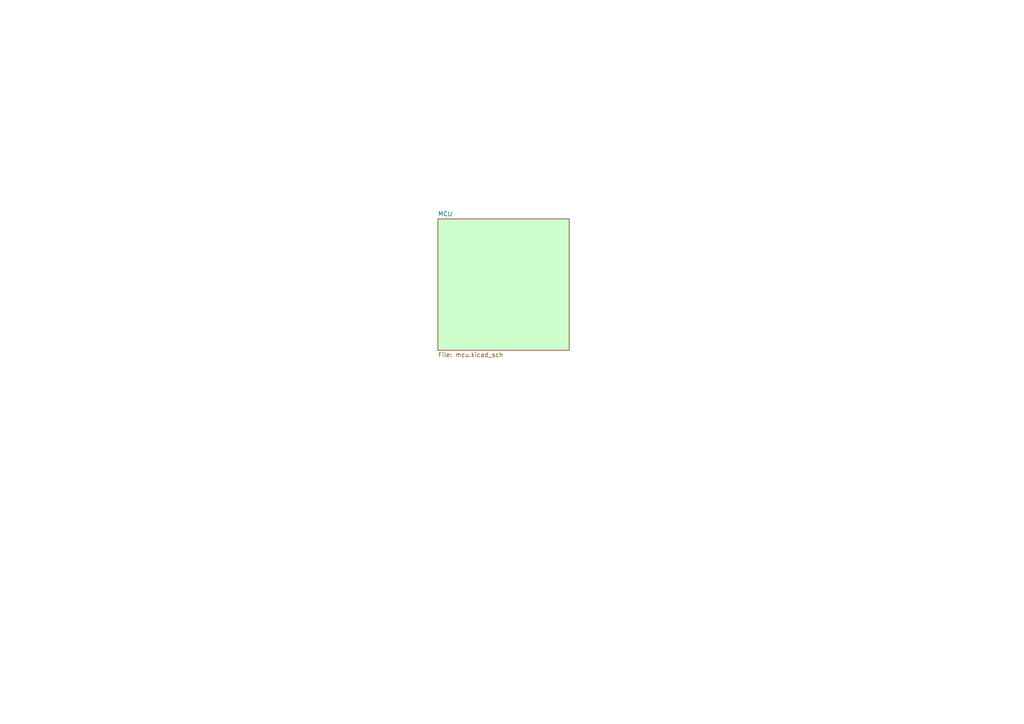
<source format=kicad_sch>
(kicad_sch
	(version 20250114)
	(generator "eeschema")
	(generator_version "9.0")
	(uuid "583eda35-dfa3-4bf4-ab55-702a71dc2315")
	(paper "A4")
	(title_block
		(title "Main")
		(date "2025-07-22")
		(rev "1")
		(company "Ing. Andrés Chaparro")
	)
	(lib_symbols)
	(sheet
		(at 127 63.5)
		(size 38.1 38.1)
		(exclude_from_sim no)
		(in_bom yes)
		(on_board yes)
		(dnp no)
		(fields_autoplaced yes)
		(stroke
			(width 0.1524)
			(type solid)
		)
		(fill
			(color 0 255 0 0.2000)
		)
		(uuid "e5102860-e68f-4cc3-92fe-458743812e14")
		(property "Sheetname" "MCU"
			(at 127 62.7884 0)
			(effects
				(font
					(size 1.27 1.27)
				)
				(justify left bottom)
			)
		)
		(property "Sheetfile" "mcu.kicad_sch"
			(at 127 102.1846 0)
			(effects
				(font
					(size 1.27 1.27)
				)
				(justify left top)
			)
		)
		(instances
			(project "lab_brain_32_board"
				(path "/da730d06-1a08-4bc4-8410-083a51b7c81c/4b81d9d2-8b30-4eb6-ba07-dfa63ffc4e60"
					(page "3")
				)
			)
		)
	)
)

</source>
